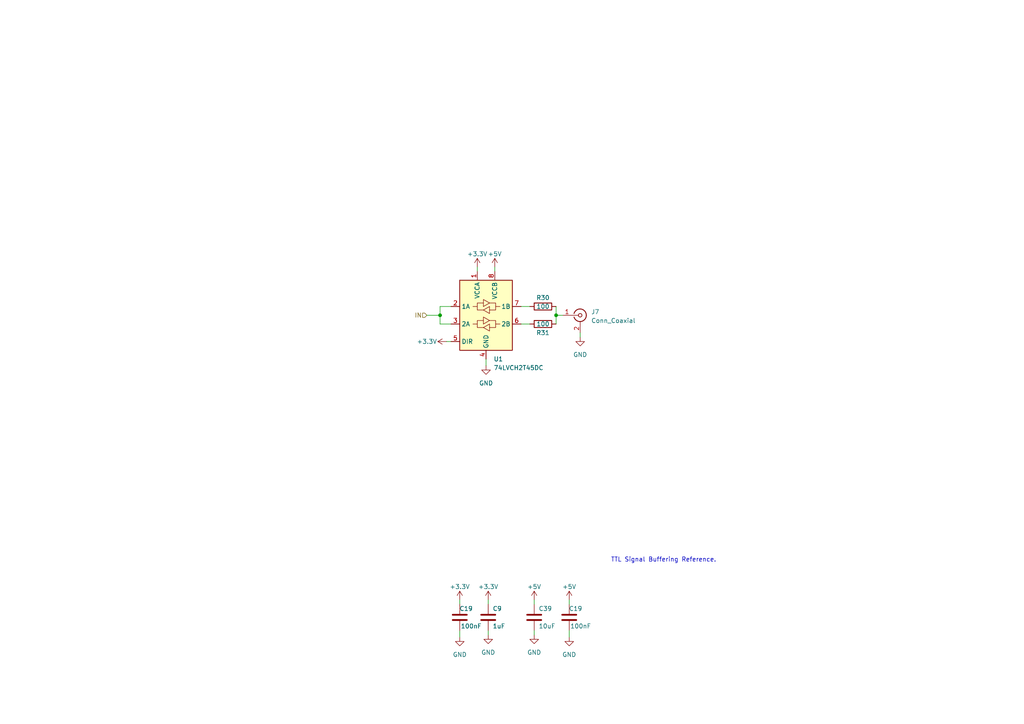
<source format=kicad_sch>
(kicad_sch (version 20230121) (generator eeschema)
  (paper "A4")
  (title_block (title "RENAME THIS TEMPLATE") (date "2023-09-01") (rev "0.1") (company "The Allen Institute"))
  (lib_symbols
    (symbol "Connector:Conn_Coaxial" (pin_names (offset 1.016) hide)
      (property "Reference" "J" (at 0.254 3.048 0))
      (property "Value" "Conn_Coaxial" (at 2.921 0 90))
      (symbol "Conn_Coaxial_0_1"
        (arc (start -1.778 -0.508) (mid 0.2311 -1.8066) (end 1.778 0) (stroke (width 0.254)))
        (polyline (pts (xy -2.54 0) (xy -0.508 0)))
        (polyline (pts (xy 0 -2.54) (xy 0 -1.778)))
        (circle (center 0 0) (radius 0.508) (stroke (width 0.2032)))
        (arc (start 1.778 0) (mid 0.2099 1.8101) (end -1.778 0.508) (stroke (width 0.254)))
      )
      (symbol "Conn_Coaxial_1_1"
        (pin passive line (at -5.08 0 0) (length 2.54) (name "In") (number "1"))
        (pin passive line (at 0 -5.08 90) (length 2.54) (name "Ext") (number "2"))
      )
    )
    (symbol "Device:C" (pin_numbers hide) (pin_names (offset 0.254))
      (property "Reference" "C" (at 0.635 2.54 0))
      (property "Value" "C" (at 0.635 -2.54 0))
      (symbol "C_0_1"
        (polyline (pts (xy -2.032 -0.762) (xy 2.032 -0.762)) (stroke (width 0.508)))
        (polyline (pts (xy -2.032 0.762) (xy 2.032 0.762)) (stroke (width 0.508)))
      )
      (symbol "C_1_1"
        (pin passive line (at 0 3.81 270) (length 2.794) (name "~") (number "1"))
        (pin passive line (at 0 -3.81 90) (length 2.794) (name "~") (number "2"))
      )
    )
    (symbol "Device:R" (pin_numbers hide) (pin_names (offset 0))
      (property "Reference" "R" (at 2.032 0 90))
      (property "Value" "R" (at 0 0 90))
      (symbol "R_0_1"
        (rectangle (start -1.016 -2.54) (end 1.016 2.54) (stroke (width 0.254)))
      )
      (symbol "R_1_1"
        (pin passive line (at 0 3.81 270) (length 1.27) (name "~") (number "1"))
        (pin passive line (at 0 -3.81 90) (length 1.27) (name "~") (number "2"))
      )
    )
    (symbol "Logic_LevelTranslator:74LVCH2T45DC"
      (property "Reference" "U" (at 6.35 -11.43 0))
      (property "Value" "74LVCH2T45DC" (at 10.16 11.43 0))
      (symbol "74LVCH2T45DC_1_1"
        (rectangle (start -7.62 10.16) (end 7.62 -10.16) (stroke (width 0.254)) (fill (type background)))
        (polyline (pts (xy -2.54 -2.54) (xy -2.54 -1.524) (xy -0.762 -1.524)))
        (polyline (pts (xy -2.54 2.54) (xy -2.54 3.556) (xy -0.762 3.556)))
        (polyline (pts (xy 2.794 -2.54) (xy 2.794 -3.556) (xy 1.016 -3.556)))
        (polyline (pts (xy 2.794 2.54) (xy 2.794 1.524) (xy 1.016 1.524)))
        (polyline (pts (xy -0.762 -3.556) (xy -2.54 -3.556) (xy -2.54 -2.54) (xy -3.81 -2.54)))
        (polyline (pts (xy -0.762 -2.54) (xy -0.762 -0.508) (xy 1.016 -1.524) (xy -0.762 -2.54)))
        (polyline (pts (xy -0.762 1.524) (xy -2.54 1.524) (xy -2.54 2.54) (xy -3.81 2.54)))
        (polyline (pts (xy -0.762 2.54) (xy -0.762 4.572) (xy 1.016 3.556) (xy -0.762 2.54)))
        (polyline (pts (xy 1.016 -1.524) (xy 2.794 -1.524) (xy 2.794 -2.54) (xy 4.064 -2.54)))
        (polyline (pts (xy 1.016 3.556) (xy 2.794 3.556) (xy 2.794 2.54) (xy 4.064 2.54)))
        (polyline (pts (xy 1.016 -2.54) (xy 1.016 -4.318) (xy 1.016 -4.572) (xy -0.762 -3.556) (xy 1.016 -2.54)))
        (polyline (pts (xy 1.016 2.54) (xy 1.016 0.762) (xy 1.016 0.508) (xy -0.762 1.524) (xy 1.016 2.54)))
        (pin power_in line (at -2.54 12.7 270) (length 2.54) (name "VCCA") (number "1"))
        (pin bidirectional line (at -10.16 2.54 0) (length 2.54) (name "1A") (number "2"))
        (pin bidirectional line (at -10.16 -2.54 0) (length 2.54) (name "2A") (number "3"))
        (pin power_in line (at 0 -12.7 90) (length 2.54) (name "GND") (number "4"))
        (pin input line (at -10.16 -7.62 0) (length 2.54) (name "DIR") (number "5"))
        (pin bidirectional line (at 10.16 -2.54 180) (length 2.54) (name "2B") (number "6"))
        (pin bidirectional line (at 10.16 2.54 180) (length 2.54) (name "1B") (number "7"))
        (pin power_in line (at 2.54 12.7 270) (length 2.54) (name "VCCB") (number "8"))
      )
    )
    (symbol "power:+3.3V" (power) (pin_names (offset 0))
      (property "Value" "+3.3V" (at 0 3.556 0))
      (symbol "+3.3V_0_1"
        (polyline (pts (xy -0.762 1.27) (xy 0 2.54)))
        (polyline (pts (xy 0 0) (xy 0 2.54)))
        (polyline (pts (xy 0 2.54) (xy 0.762 1.27)))
      )
      (symbol "+3.3V_1_1"
        (pin power_in line (at 0 0 90) (length 0) hide (name "+3.3V") (number "1"))
      )
    )
    (symbol "power:+5V" (power) (pin_names (offset 0))
      (property "Value" "+5V" (at 0 3.556 0))
      (symbol "+5V_0_1"
        (polyline (pts (xy -0.762 1.27) (xy 0 2.54)))
        (polyline (pts (xy 0 0) (xy 0 2.54)))
        (polyline (pts (xy 0 2.54) (xy 0.762 1.27)))
      )
      (symbol "+5V_1_1"
        (pin power_in line (at 0 0 90) (length 0) hide (name "+5V") (number "1"))
      )
    )
    (symbol "power:GND" (power) (pin_names (offset 0))
      (property "Value" "GND" (at 0 -3.81 0))
      (symbol "GND_0_1"
        (polyline (pts (xy 0 0) (xy 0 -1.27) (xy 1.27 -1.27) (xy 0 -2.54) (xy -1.27 -1.27) (xy 0 -1.27)))
      )
      (symbol "GND_1_1"
        (pin power_in line (at 0 0 270) (length 0) hide (name "GND") (number "1"))
      )
    )
  )
  (junction (at 127.635 91.44))
  (junction (at 161.29 91.44))
  (wire (pts (xy 165.1 173.99) (xy 165.1 175.26)))
  (wire (pts (xy 127.635 88.9) (xy 127.635 91.44)))
  (wire (pts (xy 138.43 77.47) (xy 138.43 78.74)))
  (wire (pts (xy 127.635 91.44) (xy 127.635 93.98)))
  (wire (pts (xy 141.605 182.88) (xy 141.605 184.15)))
  (wire (pts (xy 161.29 91.44) (xy 163.195 91.44)))
  (wire (pts (xy 151.13 93.98) (xy 153.67 93.98)))
  (wire (pts (xy 161.29 91.44) (xy 161.29 93.98)))
  (wire (pts (xy 123.825 91.44) (xy 127.635 91.44)))
  (wire (pts (xy 140.97 104.14) (xy 140.97 106.045)))
  (wire (pts (xy 165.1 182.88) (xy 165.1 184.785)))
  (wire (pts (xy 130.81 88.9) (xy 127.635 88.9)))
  (wire (pts (xy 151.13 88.9) (xy 153.67 88.9)))
  (wire (pts (xy 154.94 173.99) (xy 154.94 175.26)))
  (wire (pts (xy 129.54 99.06) (xy 130.81 99.06)))
  (wire (pts (xy 141.605 173.99) (xy 141.605 175.26)))
  (wire (pts (xy 127.635 93.98) (xy 130.81 93.98)))
  (wire (pts (xy 168.275 96.52) (xy 168.275 97.79)))
  (wire (pts (xy 154.94 182.88) (xy 154.94 184.15)))
  (wire (pts (xy 143.51 77.47) (xy 143.51 78.74)))
  (wire (pts (xy 133.35 173.99) (xy 133.35 175.26)))
  (wire (pts (xy 133.35 182.88) (xy 133.35 184.785)))
  (wire (pts (xy 161.29 88.9) (xy 161.29 91.44)))
  (text "TTL Signal Buffering Reference." (at 177.165 163.195 0) (effects (font (size 1.27 1.27)) (justify left bottom)))
  (hierarchical_label "IN" (shape input) (at 123.825 91.44 180))
  (symbol (lib_id "Device:C") (at 141.605 179.07 0) (unit 1)
    (property "Reference" "C9" (at 142.875 176.53 0) (effects (justify left)))
    (property "Value" "1uF" (at 142.875 181.61 0) (effects (justify left)))
    (property "Footprint" "Capacitor_SMD:C_0402_1005Metric" (effects hide))
    (property "Datasheet" "https://search.murata.co.jp/Ceramy/image/img/A01X/G101/ENG/GRM155R6YA105KE11-01.pdf" (effects hide))
    (property "Notes" "must not be polarized" (effects hide))
    (property "Link" "https://www.digikey.com/en/products/detail/murata-electronics/GRM155R6YA105KE11J/4905163" (effects hide))
    (property "Manufacturer Number" "GRM155R6YA105KE11J" (effects hide))
    (property "Manufacturer" "Murata Electronics" (effects hide))
    (property "Rated Voltage" "35V" (effects hide))
    (property "Temperature Coefficient" "X5R" (effects hide))
    (instances (project "usb_isolated" (path "" (reference "C9") (unit 1)) (path "" (reference "C53") (unit 1))))
  )
  (symbol (lib_id "power:+5V") (at 165.1 173.99 0) (unit 1)
    (property "Reference" "#PWR0115" (effects hide))
    (property "Value" "+5V" (at 165.1 170.18 0))
  )
  (symbol (lib_id "power:GND") (at 154.94 184.15 0) (unit 1)
    (property "Reference" "#PWR083" (effects hide))
    (property "Value" "GND" (at 154.94 189.23 0))
  )
  (symbol (lib_id "power:GND") (at 140.97 106.045 0) (unit 1)
    (property "Reference" "#PWR099" (effects hide))
    (property "Value" "GND" (at 140.97 111.125 0))
  )
  (symbol (lib_id "power:GND") (at 165.1 184.785 0) (unit 1)
    (property "Reference" "#PWR0114" (effects hide))
    (property "Value" "GND" (at 165.1 189.865 0))
  )
  (symbol (lib_id "power:+3.3V") (at 129.54 99.06 90) (unit 1)
    (property "Reference" "#PWR0104" (effects hide))
    (property "Value" "+3.3V" (at 123.825 99.06 90))
    (instances (project "usb_isolated" (path "" (reference "#PWR0104") (unit 1)) (path "" (reference "#PWR0107") (unit 1)) (path "" (reference "#PWR080") (unit 1))))
  )
  (symbol (lib_id "power:GND") (at 141.605 184.15 0) (unit 1)
    (property "Reference" "#PWR081" (effects hide))
    (property "Value" "GND" (at 141.605 189.23 0))
  )
  (symbol (lib_id "Device:C") (at 154.94 179.07 0) (unit 1)
    (property "Reference" "C39" (at 156.21 176.53 0) (effects (justify left)))
    (property "Value" "10uF" (at 156.21 181.61 0) (effects (justify left)))
    (property "Footprint" "Capacitor_SMD:C_0805_2012Metric" (effects hide))
    (property "Datasheet" "https://search.murata.co.jp/Ceramy/image/img/A01X/G101/ENG/GRM21BZ71E106KE15-01.pdf" (effects hide))
    (property "Link" "https://www.digikey.com/en/products/detail/murata-electronics/GRM21BZ71E106KE15L/13904911" (effects hide))
    (property "Manufacturer Number" "GRM21BZ71E106KE15L" (effects hide))
    (property "Rated Voltage" "25V" (effects hide))
    (property "Temperature Coefficient" "X7R" (effects hide))
    (property "Manufacturer" "Murata Electronics" (effects hide))
    (property "Alternate" "CL21B106KOQNNNE" (effects hide))
  )
  (symbol (lib_id "power:+3.3V") (at 138.43 77.47 0) (unit 1)
    (property "Reference" "#PWR0104" (effects hide))
    (property "Value" "+3.3V" (at 138.43 73.66 0))
    (instances (project "usb_isolated" (path "" (reference "#PWR0104") (unit 1)) (path "" (reference "#PWR0107") (unit 1)) (path "" (reference "#PWR097") (unit 1))))
  )
  (symbol (lib_id "power:+5V") (at 143.51 77.47 0) (unit 1)
    (property "Reference" "#PWR0105" (effects hide))
    (property "Value" "+5V" (at 143.51 73.66 0))
    (instances (project "usb_isolated" (path "" (reference "#PWR0105") (unit 1)) (path "" (reference "#PWR0109") (unit 1)) (path "" (reference "#PWR098") (unit 1))))
  )
  (symbol (lib_id "power:+3.3V") (at 141.605 173.99 0) (unit 1)
    (property "Reference" "#PWR0104" (effects hide))
    (property "Value" "+3.3V" (at 141.605 170.18 0))
    (instances (project "usb_isolated" (path "" (reference "#PWR0104") (unit 1)) (path "" (reference "#PWR0107") (unit 1)) (path "" (reference "#PWR0102") (unit 1))))
  )
  (symbol (lib_id "Logic_LevelTranslator:74LVCH2T45DC") (at 140.97 91.44 0) (unit 1)
    (property "Reference" "U1" (at 143.1641 104.14 0) (effects (justify left)))
    (property "Value" "74LVCH2T45DC" (at 143.1641 106.68 0) (effects (justify left)))
    (property "Footprint" "Package_SO:VSSOP-8_2.3x2mm_P0.5mm" (effects hide))
    (property "Datasheet" "https://assets.nexperia.com/documents/data-sheet/74LVC_LVCH2T45.pdf" (effects hide))
    (property "Link" "https://www.digikey.com/en/products/detail/nexperia-usa-inc/74LVCH2T45DC-125/2530613" (effects hide))
    (property "Manufacturer" "Nexperia USA Inc." (effects hide))
    (property "Manufacturer Number" "74LVCH2T45DC,125" (effects hide))
  )
  (symbol (lib_id "power:GND") (at 168.275 97.79 0) (unit 1)
    (property "Reference" "#PWR084" (effects hide))
    (property "Value" "GND" (at 168.275 102.87 0))
  )
  (symbol (lib_id "Device:C") (at 133.35 179.07 180) (unit 1)
    (property "Reference" "C19" (at 137.16 176.53 0) (effects (justify left)))
    (property "Value" "100nF" (at 139.7 181.61 0) (effects (justify left)))
    (property "Footprint" "Capacitor_SMD:C_0402_1005Metric" (effects hide))
    (property "Datasheet" "http://www.passivecomponent.com/wp-content/uploads/datasheet/WTC_MLCC_General_Purpose.pdf" (effects hide))
    (property "Link" "https://www.digikey.com/en/products/detail/walsin-technology-corporation/0402B104K160CT/6707534" (effects hide))
    (property "Manufacturer" "Walson Technology Corporation" (effects hide))
    (property "Manufacturer Number" "0402B104K160CT" (effects hide))
    (property "Rated Voltage" "16V" (effects hide))
    (property "Temperature Coefficient" "X7R" (effects hide))
    (property "Tolerance" "10%" (effects hide))
    (property "PCBWay Link" "https://www.pcbway.com/components/detail/0402B104K160CT/307171/" (effects hide))
    (instances (project "usb_isolated" (path "" (reference "C19") (unit 1)) (path "" (reference "C54") (unit 1))))
  )
  (symbol (lib_id "Connector:Conn_Coaxial") (at 168.275 91.44 0) (unit 1)
    (property "Reference" "J7" (at 171.45 90.4632 0) (effects (justify left)))
    (property "Value" "Conn_Coaxial" (at 171.45 93.0032 0) (effects (justify left)))
    (property "Footprint" "kicad_component_library:SMA_TE_Connectivity_CONSMA002-SMD-G-T_Horizontal" (effects hide))
    (property "Datasheet" " ~" (effects hide))
    (property "Link" "https://www.digikey.com/en/products/detail/te-connectivity-linx/CONSMA002-SMD-G-T/10524518" (effects hide))
    (property "Manufacturer" " TE Connectivity Linx" (effects hide))
    (property "Manufacturer Number" "CONSMA002-SMD-G-T" (effects hide))
  )
  (symbol (lib_id "power:GND") (at 133.35 184.785 0) (unit 1)
    (property "Reference" "#PWR0113" (effects hide))
    (property "Value" "GND" (at 133.35 189.865 0))
  )
  (symbol (lib_id "power:+5V") (at 154.94 173.99 0) (unit 1)
    (property "Reference" "#PWR082" (effects hide))
    (property "Value" "+5V" (at 154.94 170.18 0))
  )
  (symbol (lib_id "Device:R") (at 157.48 93.98 90) (unit 1)
    (property "Reference" "R31" (at 157.48 96.52 90))
    (property "Value" "100" (at 157.48 93.98 90))
    (property "Footprint" "Resistor_SMD:R_0603_1608Metric_Pad0.98x0.95mm_HandSolder" (effects hide))
    (property "Datasheet" "https://www.yageo.com/upload/media/product/productsearch/datasheet/rchip/PYu-SR_20105_RoHS_L_10.pdf" (effects hide))
    (property "Link" "https://www.digikey.com/en/products/detail/yageo/SR0603FR-7T100RL/9373096" (effects hide))
    (property "Manufacturer" "Yageo" (effects hide))
    (property "Manufacturer Number" "SR0603FR-7T100RL" (effects hide))
    (property "Notes" "1/4W" (effects hide))
    (property "Tolerance" "1%" (effects hide))
  )
  (symbol (lib_id "Device:C") (at 165.1 179.07 180) (unit 1)
    (property "Reference" "C19" (at 168.91 176.53 0) (effects (justify left)))
    (property "Value" "100nF" (at 171.45 181.61 0) (effects (justify left)))
    (property "Footprint" "Capacitor_SMD:C_0402_1005Metric" (effects hide))
    (property "Datasheet" "http://www.passivecomponent.com/wp-content/uploads/datasheet/WTC_MLCC_General_Purpose.pdf" (effects hide))
    (property "Link" "https://www.digikey.com/en/products/detail/walsin-technology-corporation/0402B104K160CT/6707534" (effects hide))
    (property "Manufacturer" "Walson Technology Corporation" (effects hide))
    (property "Manufacturer Number" "0402B104K160CT" (effects hide))
    (property "Rated Voltage" "16V" (effects hide))
    (property "Temperature Coefficient" "X7R" (effects hide))
    (property "Tolerance" "10%" (effects hide))
    (property "PCBWay Link" "https://www.pcbway.com/components/detail/0402B104K160CT/307171/" (effects hide))
    (instances (project "usb_isolated" (path "" (reference "C19") (unit 1)) (path "" (reference "C55") (unit 1))))
  )
  (symbol (lib_id "power:+3.3V") (at 133.35 173.99 0) (unit 1)
    (property "Reference" "#PWR0104" (effects hide))
    (property "Value" "+3.3V" (at 133.35 170.18 0))
    (instances (project "usb_isolated" (path "" (reference "#PWR0104") (unit 1)) (path "" (reference "#PWR0107") (unit 1)) (path "" (reference "#PWR0112") (unit 1))))
  )
  (symbol (lib_id "Device:R") (at 157.48 88.9 90) (unit 1)
    (property "Reference" "R30" (at 157.48 86.36 90))
    (property "Value" "100" (at 157.48 88.9 90))
    (property "Footprint" "Resistor_SMD:R_0603_1608Metric_Pad0.98x0.95mm_HandSolder" (effects hide))
    (property "Datasheet" "https://www.yageo.com/upload/media/product/productsearch/datasheet/rchip/PYu-SR_20105_RoHS_L_10.pdf" (effects hide))
    (property "Link" "https://www.digikey.com/en/products/detail/yageo/SR0603FR-7T100RL/9373096" (effects hide))
    (property "Manufacturer" "Yageo" (effects hide))
    (property "Manufacturer Number" "SR0603FR-7T100RL" (effects hide))
    (property "Notes" "1/4W" (effects hide))
    (property "Tolerance" "1%" (effects hide))
  )
)
</source>
